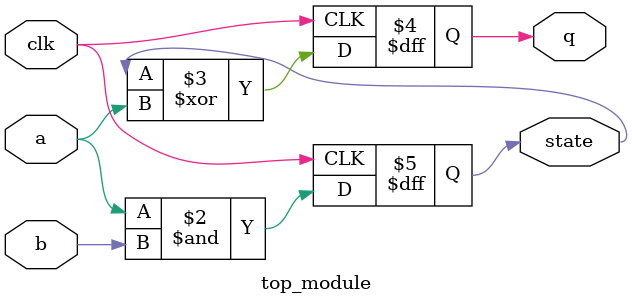
<source format=sv>
module top_module (
	input clk,
	input a,
	input b,
	output q,
	output state
);
	reg state, q;
	always @(posedge clk)
	begin
		// combinational logic
		state <= a & b;
		q <= state ^ a;
	end
endmodule

</source>
